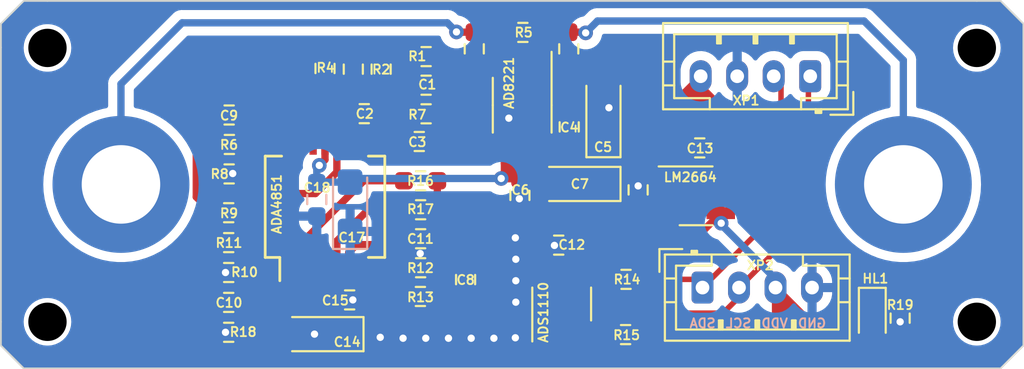
<source format=kicad_pcb>
(kicad_pcb (version 20221018) (generator pcbnew)
  (layers (0 "F.Cu" signal) (31 "B.Cu" signal) (34 "B.Paste" user) (35 "F.Paste" user) (36 "B.SilkS" user "B.Silkscreen") (37 "F.SilkS" user "F.Silkscreen") (38 "B.Mask" user) (39 "F.Mask" user) (44 "Edge.Cuts" user))
  (net 0 "")
  (net 1 "VSSA")
  (net 2 "GNDA")
  (net 3 "Net-(U2A-+)")
  (net 4 "Net-(U2D-+)")
  (net 5 "Net-(LED1-K)")
  (net 6 "Out")
  (net 7 "Net-(U2A--)")
  (net 8 "Net-(C1-Pad1)")
  (net 9 "Net-(C1-Pad2)")
  (net 10 "Net-(U2D--)")
  (net 11 "VDDA")
  (net 12 "Net-(J1-Pin_1)")
  (net 13 "Net-(U2B-+)")
  (net 14 "Net-(U2C--)")
  (net 15 "Net-(C3-Pad2)")
  (net 16 "Net-(U2C-+)")
  (net 17 "Net-(U3-CAP+)")
  (net 18 "Net-(U3-CAP-)")
  (net 19 "Net-(U2B--)")
  (net 20 "Net-(C10-Pad1)")
  (net 21 "Net-(R11-Pad2)")
  (net 22 "Net-(R1-Pad2)")
  (net 23 "Net-(C8-Pad2)")
  (net 24 "Net-(R3-Pad1)")
  (net 25 "Net-(R5-Pad1)")
  (net 26 "Net-(R5-Pad2)")
  (net 27 "SCL")
  (net 28 "SDA")
  (net 29 "Net-(J2-Pin_1)")
  (net 30 "Net-(U1--)")
  (net 31 "Net-(U1-+)")
  (footprint "Resistor_SMD:R_0603_1608Metric_Pad0.98x0.95mm_HandSolder" (layer "F.Cu") (at 117.975 98.65 -90)
    (fp_text reference "C16" hide)
    (fp_text value "10u" hide)
  )
  (footprint "LED_SMD:LED_0603_1608Metric_Pad1.05x0.95mm_HandSolder" (layer "F.Cu") (at 130.8 105.675 -90)
    (fp_text reference "LED1" hide)
    (fp_text value "IR26-21C_L110_TR8" hide)
  )
  (footprint "Connector_JST:JST_PH_B4B-PH-K_1x04_P2.00mm_Vertical" (layer "F.Cu") (at 121.5 104)
    (fp_text reference "J4" hide)
    (fp_text value "Conn_01x04_Pin" hide)
  )
  (footprint "Capacitor_Tantalum_SMD:CP_EIA-3216-18_Kemet-A" (layer "F.Cu") (at 114.7 98.325 180)
    (fp_text reference "C7" hide)
    (fp_text value "10u" hide)
  )
  (footprint "Resistor_SMD:R_0603_1608Metric_Pad0.98x0.95mm_HandSolder" (layer "F.Cu") (at 95.55 99.9)
    (fp_text reference "R9" hide)
    (fp_text value "16k")
  )
  (footprint "MountingHole:MountingHole_2.1mm" (layer "F.Cu") (at 85.625 105.875)
    (fp_text reference "H4" hide)
    (fp_text value "MountingHole" hide)
  )
  (footprint "Capacitor_Tantalum_SMD:CP_EIA-3216-18_Kemet-A" (layer "F.Cu") (at 116.075 94.55 90)
    (fp_text reference "C5" hide)
    (fp_text value "10u" hide)
  )
  (footprint "MountingHole:MountingHole_2.1mm" (layer "F.Cu") (at 136.525 90.875)
    (fp_text reference "H1" hide)
    (fp_text value "MountingHole" hide)
  )
  (footprint "Resistor_SMD:R_0603_1608Metric_Pad0.98x0.95mm_HandSolder" (layer "F.Cu") (at 106.0625 102.9125)
    (fp_text reference "R12" hide)
    (fp_text value "10k")
  )
  (footprint "Connector_JST:JST_PH_B4B-PH-K_1x04_P2.00mm_Vertical" (layer "F.Cu") (at 127.4 92.425 180)
    (fp_text reference "J3" hide)
    (fp_text value "Conn_01x04_Pin" hide)
  )
  (footprint "MountingHole:MountingHole_2.1mm" (layer "F.Cu") (at 85.625 90.875)
    (fp_text reference "H2" hide)
    (fp_text value "MountingHole" hide)
  )
  (footprint "Package_SO:MSOP-8_3x3mm_P0.65mm" (layer "F.Cu") (at 111.625 94.0125 -90)
    (fp_text reference "U1" hide)
    (fp_text value "AD8221" hide)
  )
  (footprint "Resistor_SMD:R_0603_1608Metric_Pad0.98x0.95mm_HandSolder" (layer "F.Cu") (at 111.5 98.95 -90)
    (fp_text reference "C6" hide)
    (fp_text value "0.1u")
  )
  (footprint "Resistor_SMD:R_0603_1608Metric_Pad0.98x0.95mm_HandSolder" (layer "F.Cu") (at 106.3625 92.916666 180)
    (fp_text reference "C1" hide)
    (fp_text value "0.1u")
  )
  (footprint "Resistor_SMD:R_0603_1608Metric_Pad0.98x0.95mm_HandSolder" (layer "F.Cu") (at 106.0625 98.15)
    (fp_text reference "R16" hide)
    (fp_text value "100k")
  )
  (footprint "Resistor_SMD:R_0603_1608Metric_Pad0.98x0.95mm_HandSolder" (layer "F.Cu") (at 95.575 97.775 180)
    (fp_text reference "R8" hide)
    (fp_text value "3.9k")
  )
  (footprint "Resistor_SMD:R_0603_1608Metric_Pad0.98x0.95mm_HandSolder" (layer "F.Cu") (at 100.825 92 -90)
    (fp_text reference "R4" hide)
    (fp_text value "16k")
  )
  (footprint "Resistor_SMD:R_0603_1608Metric_Pad0.98x0.95mm_HandSolder" (layer "F.Cu") (at 117.2875 106.575)
    (fp_text reference "R15" hide)
    (fp_text value "10k" hide)
  )
  (footprint "Resistor_SMD:R_0603_1608Metric_Pad0.98x0.95mm_HandSolder" (layer "F.Cu") (at 106.3625 91.35 180)
    (fp_text reference "R1" hide)
    (fp_text value "16k" hide)
  )
  (footprint "Resistor_SMD:R_0603_1608Metric_Pad0.98x0.95mm_HandSolder" (layer "F.Cu") (at 95.55 103.175)
    (fp_text reference "R10" hide)
    (fp_text value "10k")
  )
  (footprint "Resistor_SMD:R_0603_1608Metric_Pad0.98x0.95mm_HandSolder" (layer "F.Cu") (at 102.175 104.675 180)
    (fp_text reference "C15" hide)
    (fp_text value "0.01u")
  )
  (footprint "Resistor_SMD:R_0603_1608Metric_Pad0.98x0.95mm_HandSolder" (layer "F.Cu") (at 95.5875 96.161735)
    (fp_text reference "R6" hide)
    (fp_text value "1k")
  )
  (footprint "Resistor_SMD:R_0603_1608Metric_Pad0.98x0.95mm_HandSolder" (layer "F.Cu") (at 95.55 104.8125)
    (fp_text reference "C10" hide)
    (fp_text value "1u")
  )
  (footprint "Capacitor_Tantalum_SMD:CP_EIA-3216-18_Kemet-A" (layer "F.Cu") (at 100.625 106.55 180)
    (fp_text reference "C14" hide)
    (fp_text value "2.2u" hide)
  )
  (footprint "Package_SO:SSOP-14_5.3x6.2mm_P0.65mm" (layer "F.Cu") (at 100.825 99.575 90)
    (fp_text reference "U2" hide)
    (fp_text value "ADA4851" hide)
  )
  (footprint "Resistor_SMD:R_0603_1608Metric_Pad0.98x0.95mm_HandSolder" (layer "F.Cu") (at 95.55 101.5375 180)
    (fp_text reference "R11" hide)
    (fp_text value "5.6k")
  )
  (footprint "Resistor_SMD:R_0603_1608Metric_Pad0.98x0.95mm_HandSolder" (layer "F.Cu") (at 95.575 94.54847 180)
    (fp_text reference "C9" hide)
    (fp_text value "1u")
  )
  (footprint "Resistor_SMD:R_0603_1608Metric_Pad0.98x0.95mm_HandSolder" (layer "F.Cu") (at 106.05 104.4875 180)
    (fp_text reference "R13" hide)
    (fp_text value "5.6k")
  )
  (footprint "MountingHole:MountingHole_2.1mm" (layer "F.Cu") (at 136.525 105.875)
    (fp_text reference "H3" hide)
    (fp_text value "MountingHole" hide)
  )
  (footprint "Resistor_SMD:R_0603_1608Metric_Pad0.98x0.95mm_HandSolder" (layer "F.Cu") (at 106.3625 94.483332 180)
    (fp_text reference "R7" hide)
    (fp_text value "16k")
  )
  (footprint "Package_TO_SOT_SMD:SOT-23-6_Handsoldering" (layer "F.Cu") (at 121.15 98.975)
    (fp_text reference "U3" hide)
    (fp_text value "LM2664" hide)
  )
  (footprint "Resistor_SMD:R_0603_1608Metric_Pad0.98x0.95mm_HandSolder" (layer "F.Cu") (at 132.325 105.675 90)
    (fp_text reference "R19" hide)
    (fp_text value "1k" hide)
  )
  (footprint "Resistor_SMD:R_0603_1608Metric_Pad0.98x0.95mm_HandSolder" (layer "F.Cu") (at 105.9875 96 180)
    (fp_text reference "C3" hide)
    (fp_text value "0.2u")
  )
  (footprint "Resistor_SMD:R_0603_1608Metric_Pad0.98x0.95mm_HandSolder" (layer "F.Cu") (at 113.625 101.675)
    (fp_text reference "C12" hide)
    (fp_text value "0.1u" hide)
  )
  (footprint "Resistor_SMD:R_0603_1608Metric_Pad0.98x0.95mm_HandSolder" (layer "F.Cu") (at 111.6625 90.025 180)
    (fp_text reference "R5" hide)
    (fp_text value "1k" hide)
  )
  (footprint "Package_TO_SOT_SMD:SOT-23-6_Handsoldering" (layer "F.Cu") (at 113.7875 104.9 90)
    (fp_text reference "U4" hide)
    (fp_text value "MCP3421" hide)
  )
  (footprint "Resistor_SMD:R_0603_1608Metric_Pad0.98x0.95mm_HandSolder" (layer "F.Cu") (at 106.0625 101.325)
    (fp_text reference "C11" hide)
    (fp_text value "3300p" hide)
  )
  (footprint "Resistor_SMD:R_0603_1608Metric_Pad0.98x0.95mm_HandSolder" (layer "F.Cu") (at 102.375 92.0375 -90)
    (fp_text reference "R3" hide)
    (fp_text value "16k")
  )
  (footprint "Resistor_SMD:R_0603_1608Metric_Pad0.98x0.95mm_HandSolder" (layer "F.Cu") (at 114.175 90.925 -90)
    (fp_text reference "R20" hide)
    (fp_text value "100k")
  )
  (footprint "Resistor_SMD:R_0603_1608Metric_Pad0.98x0.95mm_HandSolder" (layer "F.Cu") (at 109 90.925 -90)
    (fp_text reference "R21" hide)
    (fp_text value "100k")
  )
  (footprint "Resistor_SMD:R_0603_1608Metric_Pad0.98x0.95mm_HandSolder" (layer "F.Cu") (at 106.0625 99.7375 180)
    (fp_text reference "R17" hide)
    (fp_text value "100k")
  )
  (footprint "Resistor_SMD:R_0603_1608Metric_Pad0.98x0.95mm_HandSolder" (layer "F.Cu") (at 103.9 92.0375 90)
    (fp_text reference "R2" hide)
    (fp_text value "16k")
  )
  (footprint "Resistor_SMD:R_0603_1608Metric_Pad0.98x0.95mm_HandSolder" (layer "F.Cu") (at 114.2 95.2 -90)
    (fp_text reference "C4" hide)
    (fp_text value "0.1u" hide)
  )
  (footprint "Resistor_SMD:R_0603_1608Metric_Pad0.98x0.95mm_HandSolder" (layer "F.Cu") (at 95.55 106.45)
    (fp_text reference "R18" hide)
    (fp_text value "16k" hide)
  )
  (footprint "Resistor_SMD:R_0603_1608Metric_Pad0.98x0.95mm_HandSolder" (layer "F.Cu") (at 102.975 94.475 180)
    (fp_text reference "C2" hide)
    (fp_text value "0.1u")
  )
  (footprint "Resistor_SMD:R_0603_1608Metric_Pad0.98x0.95mm_HandSolder" (layer "F.Cu") (at 121.35 96.35 180)
    (fp_text reference "C13" hide)
    (fp_text value "10u" hide)
  )
  (footprint "Resistor_SMD:R_0603_1608Metric_Pad0.98x0.95mm_HandSolder" (layer "F.Cu") (at 117.3125 103.55 180)
    (fp_text reference "R14" hide)
    (fp_text value "10k" hide)
  )
  (footprint "Resistor_SMD:R_0603_1608Metric_Pad0.98x0.95mm_HandSolder" (layer "F.Cu") (at 108.525 103.5625 90)
    (fp_text reference "C8" hide)
    (fp_text value "3300p" hide)
  )
  (footprint "MountingHole:MountingHole_4.3mm_M4_DIN965_Pad_TopOnly" (layer "B.Cu") (at 132.5 98.35 180)
    (fp_text reference "J1")
    (fp_text value "Conn_01x01_Pin")
  )
  (footprint "Capacitor_Tantalum_SMD:CP_EIA-3216-18_Kemet-A" (layer "B.Cu") (at 102.2 99.575 90)
    (fp_text reference "C17" hide)
    (fp_text value "2.2u")
  )
  (footprint "Resistor_SMD:R_0603_1608Metric_Pad0.98x0.95mm_HandSolder" (layer "B.Cu") (at 100.375 99.175 -90)
    (fp_text reference "C18" hide)
    (fp_text value "0.01u")
  )
  (footprint "MountingHole:MountingHole_4.3mm_M4_DIN965_Pad_TopOnly" (layer "B.Cu") (at 89.65 98.35 180)
    (fp_text reference "J2")
    (fp_text value "Conn_01x01_Pin")
  )
  (gr_line (start 84.325 88.3) (end 83.075 89.55) (stroke (width 0.1)) (layer "Edge.Cuts"))
  (gr_line (start 136.525 108.425) (end 85.625 108.425) (stroke (width 0.1)) (layer "Edge.Cuts"))
  (gr_line (start 139.075 90.85) (end 139.075 105.875) (stroke (width 0.1)) (layer "Edge.Cuts"))
  (gr_line (start 83.075 90.85) (end 83.075 105.875) (stroke (width 0.1)) (layer "Edge.Cuts"))
  (gr_line (start 139.075 107.175) (end 137.825 108.425) (stroke (width 0.1)) (layer "Edge.Cuts"))
  (gr_line (start 83.075 89.55) (end 83.075 90.85) (stroke (width 0.1)) (layer "Edge.Cuts"))
  (gr_line (start 139.075 105.875) (end 139.075 107.175) (stroke (width 0.1)) (layer "Edge.Cuts"))
  (gr_line (start 83.075 105.875) (end 83.075 107.175) (stroke (width 0.1)) (layer "Edge.Cuts"))
  (gr_line (start 137.825 88.3) (end 139.075 89.55) (stroke (width 0.1)) (layer "Edge.Cuts"))
  (gr_line (start 83.075 107.175) (end 84.325 108.425) (stroke (width 0.1)) (layer "Edge.Cuts"))
  (gr_line (start 137.825 88.3) (end 136.525 88.3) (stroke (width 0.1)) (layer "Edge.Cuts"))
  (gr_line (start 139.075 90.85) (end 139.075 89.55) (stroke (width 0.1)) (layer "Edge.Cuts"))
  (gr_line (start 85.625 88.3) (end 84.325 88.3) (stroke (width 0.1)) (layer "Edge.Cuts"))
  (gr_line (start 84.325 108.425) (end 85.625 108.425) (stroke (width 0.1)) (layer "Edge.Cuts"))
  (gr_line (start 137.825 108.425) (end 136.525 108.425) (stroke (width 0.1)) (layer "Edge.Cuts"))
  (gr_line (start 85.625 88.3) (end 136.525 88.3) (stroke (width 0.1)) (layer "Edge.Cuts"))
  (gr_text "SDA\n" (at 122.275 106.25) (layer "B.SilkS") (effects (font (size 0.5 0.5) (thickness 0.1)) (justify left bottom mirror)))
  (gr_text "SCL\n" (at 124.228174 106.25) (layer "B.SilkS") (effects (font (size 0.5 0.5) (thickness 0.1)) (justify left bottom mirror)))
  (gr_text "GND\n" (at 128.325 106.25) (layer "B.SilkS") (effects (font (size 0.5 0.5) (thickness 0.1)) (justify left bottom mirror)))
  (gr_text "VDD\n" (at 126.228967 106.25) (layer "B.SilkS") (effects (font (size 0.5 0.5) (thickness 0.1)) (justify left bottom mirror)))
  (gr_text "XP1" (at 123.1 94.05) (layer "F.SilkS") (effects (font (size 0.5 0.5) (thickness 0.1)) (justify left bottom)))
  (gr_text "ADA4851" (at 98.475 101.125 90) (layer "F.SilkS") (effects (font (size 0.5 0.5) (thickness 0.1)) (justify left bottom)))
  (gr_text "C15" (at 100.6 105) (layer "F.SilkS") (effects (font (size 0.5 0.5) (thickness 0.1)) (justify left bottom)))
  (gr_text "ADS1110" (at 113.075 107.075 90) (layer "F.SilkS") (effects (font (size 0.5 0.5) (thickness 0.1)) (justify left bottom)))
  (gr_text "C3\n" (at 105.325 96.325) (layer "F.SilkS") (effects (font (size 0.5 0.5) (thickness 0.1)) (justify left bottom)))
  (gr_text "R7\n" (at 105.325 94.825) (layer "F.SilkS") (effects (font (size 0.5 0.5) (thickness 0.1)) (justify left bottom)))
  (gr_text "R19\n" (at 131.535 105.245) (layer "F.SilkS") (effects (font (size 0.5 0.5) (thickness 0.1)) (justify left bottom)))
  (gr_text "R11\n" (at 94.775 101.85) (layer "F.SilkS") (effects (font (size 0.5 0.5) (thickness 0.1)) (justify left bottom)))
  (gr_text "C18" (at 99.6 98.825) (layer "F.SilkS") (effects (font (size 0.5 0.5) (thickness 0.1)) (justify left bottom)))
  (gr_text "C1\n" (at 105.875 93.175) (layer "F.SilkS") (effects (font (size 0.5 0.5) (thickness 0.1)) (justify left bottom)))
  (gr_text "R16\n" (at 105.26131 98.45) (layer "F.SilkS") (effects (font (size 0.5 0.5) (thickness 0.1)) (justify left bottom)))
  (gr_text "C2\n" (at 102.45 94.775) (layer "F.SilkS") (effects (font (size 0.5 0.5) (thickness 0.1)) (justify left bottom)))
  (gr_text "C7" (at 114.225 98.625) (layer "F.SilkS") (effects (font (size 0.5 0.5) (thickness 0.1)) (justify left bottom)))
  (gr_text "R5" (at 111.15 90.325) (layer "F.SilkS") (effects (font (size 0.5 0.5) (thickness 0.1)) (justify left bottom)))
  (gr_text "C5\n" (at 115.5 96.6) (layer "F.SilkS") (effects (font (size 0.5 0.5) (thickness 0.1)) (justify left bottom)))
  (gr_text "R14\n" (at 116.575 103.85) (layer "F.SilkS") (effects (font (size 0.5 0.5) (thickness 0.1)) (justify left bottom)))
  (gr_text "C4" (at 113.65 95.525) (layer "F.SilkS") (effects (font (size 0.5 0.5) (thickness 0.1)) (justify left bottom)))
  (gr_text "R18\n" (at 95.55 106.725) (layer "F.SilkS") (effects (font (size 0.5 0.5) (thickness 0.1)) (justify left bottom)))
  (gr_text "R1" (at 105.325 91.625) (layer "F.SilkS") (effects (font (size 0.5 0.5) (thickness 0.1)) (justify left bottom)))
  (gr_text "R10" (at 95.625 103.45) (layer "F.SilkS") (effects (font (size 0.5 0.5) (thickness 0.1)) (justify left bottom)))
  (gr_text "R8\n" (at 94.5 98.075) (layer "F.SilkS") (effects (font (size 0.5 0.5) (thickness 0.1)) (justify left bottom)))
  (gr_text "R6\n" (at 95.013095 96.475) (layer "F.SilkS") (effects (font (size 0.5 0.5) (thickness 0.1)) (justify left bottom)))
  (gr_text "AD8221\n" (at 111.2 94.275 90) (layer "F.SilkS") (effects (font (size 0.5 0.5) (thickness 0.1)) (justify left bottom)))
  (gr_text "R9\n" (at 95.013095 100.225) (layer "F.SilkS") (effects (font (size 0.5 0.5) (thickness 0.1)) (justify left bottom)))
  (gr_text "C13" (at 120.575 96.675) (layer "F.SilkS") (effects (font (size 0.5 0.5) (thickness 0.1)) (justify left bottom)))
  (gr_text "C12" (at 113.55 101.95) (layer "F.SilkS") (effects (font (size 0.5 0.5) (thickness 0.1)) (justify left bottom)))
  (gr_text "C11" (at 105.26131 101.625) (layer "F.SilkS") (effects (font (size 0.5 0.5) (thickness 0.1)) (justify left bottom)))
  (gr_text "C10\n" (at 94.775 105.125) (layer "F.SilkS") (effects (font (size 0.5 0.5) (thickness 0.1)) (justify left bottom)))
  (gr_text "LM2664\n" (at 119.325 98.25) (layer "F.SilkS") (effects (font (size 0.5 0.5) (thickness 0.1)) (justify left bottom)))
  (gr_text "HL1" (at 130.2 103.8) (layer "F.SilkS") (effects (font (size 0.5 0.5) (thickness 0.1)) (justify left bottom)))
  (gr_text "R15" (at 116.55 106.9) (layer "F.SilkS") (effects (font (size 0.5 0.5) (thickness 0.1)) (justify left bottom)))
  (gr_text "R4\n" (at 100.3025 92.254724) (layer "F.SilkS") (effects (font (size 0.5 0.5) (thickness 0.1)) (justify left bottom)))
  (gr_text "R17\n" (at 105.26131 100) (layer "F.SilkS") (effects (font (size 0.5 0.5) (thickness 0.1)) (justify left bottom)))
  (gr_text "C8" (at 107.975 103.875) (layer "F.SilkS") (effects (font (size 0.5 0.5) (thickness 0.1)) (justify left bottom)))
  (gr_text "R12\n" (at 105.26131 103.225) (layer "F.SilkS") (effects (font (size 0.5 0.5) (thickness 0.1)) (justify left bottom)))
  (gr_text "XP2\n" (at 123.875 103.075) (layer "F.SilkS") (effects (font (size 0.5 0.5) (thickness 0.1)) (justify left bottom)))
  (gr_text "R13" (at 105.26131 104.825) (layer "F.SilkS") (effects (font (size 0.5 0.5) (thickness 0.1)) (justify left bottom)))
  (gr_text "C14\n" (at 101.25 107.275) (layer "F.SilkS") (effects (font (size 0.5 0.5) (thickness 0.1)) (justify left bottom)))
  (gr_text "R2" (at 103.35 92.35) (layer "F.SilkS") (effects (font (size 0.5 0.5) (thickness 0.1)) (justify left bottom)))
  (gr_text "C17" (at 101.5 101.55) (layer "F.SilkS") (effects (font (size 0.5 0.5) (thickness 0.1)) (justify left bottom)))
  (gr_text "C9" (at 95.013095 94.875) (layer "F.SilkS") (effects (font (size 0.5 0.5) (thickness 0.1)) (justify left bottom)))
  (gr_text "C6\n" (at 110.9775 98.95) (layer "F.SilkS") (effects (font (size 0.5 0.5) (thickness 0.1)) (justify left bottom)))
  (segment (start 110.65 97.1875) (end 110.65 96.125) (width 0.4) (layer "F.Cu") (net 1))
  (segment (start 117.975 99.5625) (end 114.5875 99.5625) (width 0.4) (layer "F.Cu") (net 1))
  (segment (start 100.825 96.996391) (end 100.825 96.125) (width 0.4) (layer "F.Cu") (net 1))
  (segment (start 110.4875 98.0375) (end 111.5 98.0375) (width 0.4) (layer "F.Cu") (net 1))
  (segment (start 119.8 98.975) (end 118.5625 98.975) (width 0.4) (layer "F.Cu") (net 1))
  (segment (start 114.5875 99.5625) (end 113.35 98.325) (width 0.4) (layer "F.Cu") (net 1))
  (segment (start 111.5 98.0375) (end 110.65 97.1875) (width 0.4) (layer "F.Cu") (net 1))
  (segment (start 100.512986 97.308405) (end 100.825 96.996391) (width 0.4) (layer "F.Cu") (net 1))
  (segment (start 113.35 98.325) (end 112.005393 98.325) (width 0.4) (layer "F.Cu") (net 1))
  (segment (start 110.475 98.025) (end 110.4875 98.0375) (width 0.4) (layer "F.Cu") (net 1))
  (segment (start 118.5625 98.975) (end 117.975 99.5625) (width 0.4) (layer "F.Cu") (net 1))
  (via (at 110.475 98.025) (size 0.8) (drill 0.4) (layers "F.Cu" "B.Cu") (net 1))
  (via (at 100.512986 97.308405) (size 0.8) (drill 0.4) (layers "F.Cu" "B.Cu") (net 1))
  (segment (start 110.475 98.025) (end 102.4 98.025) (width 0.4) (layer "B.Cu") (net 1))
  (segment (start 100.4125 98.225) (end 100.375 98.2625) (width 0.4) (layer "B.Cu") (net 1))
  (segment (start 102.4 98.025) (end 102.2 98.225) (width 0.4) (layer "B.Cu") (net 1))
  (segment (start 102.2 98.225) (end 100.4125 98.225) (width 0.4) (layer "B.Cu") (net 1))
  (segment (start 100.375 97.446391) (end 100.375 98.2625) (width 0.4) (layer "B.Cu") (net 1))
  (segment (start 100.512986 97.308405) (end 100.375 97.446391) (width 0.4) (layer "B.Cu") (net 1))
  (segment (start 113.391168 101.690668) (end 112.728168 101.690668) (width 0.4) (layer "F.Cu") (net 2))
  (segment (start 111.5 99.8625) (end 111.5 99.168165) (width 0.4) (layer "F.Cu") (net 2))
  (segment (start 116.075 93.2) (end 116.075 93.85) (width 0.4) (layer "F.Cu") (net 2))
  (segment (start 117.976465 98.43037) (end 117.871095 98.325) (width 0.4) (layer "F.Cu") (net 2))
  (segment (start 114.2 94.2875) (end 114.9875 94.2875) (width 0.4) (layer "F.Cu") (net 2))
  (segment (start 100.25 106.55) (end 99.275 106.55) (width 0.4) (layer "F.Cu") (net 2))
  (segment (start 117.871095 98.325) (end 116.05 98.325) (width 0.4) (layer "F.Cu") (net 2))
  (segment (start 112.8375 103.55) (end 112.8375 104.403528) (width 0.4) (layer "F.Cu") (net 2))
  (segment (start 117.975 98.402023) (end 117.975 97.7375) (width 0.4) (layer "F.Cu") (net 2))
  (segment (start 111.325 95.155078) (end 110.892935 94.723013) (width 0.4) (layer "F.Cu") (net 2))
  (segment (start 106.7375 102.9125) (end 105.15 101.325) (width 0.4) (layer "F.Cu") (net 2))
  (segment (start 105.959346 102.134346) (end 105.15 101.325) (width 0.4) (layer "F.Cu") (net 2))
  (segment (start 94.6375 103.175) (end 95.3755 103.175) (width 0.4) (layer "F.Cu") (net 2))
  (segment (start 113.7875 105.353528) (end 113.758236 105.324264) (width 0.3) (layer "F.Cu") (net 2))
  (segment (start 96.4875 97.775) (end 95.793164 97.775) (width 0.4) (layer "F.Cu") (net 2))
  (segment (start 112.7125 101.675) (end 112.8375 101.8) (width 0.4) (layer "F.Cu") (net 2))
  (segment (start 95.793164 97.775) (end 95.771332 97.753168) (width 0.4) (layer "F.Cu") (net 2))
  (segment (start 111.5 99.168165) (end 111.467492 99.135657) (width 0.4) (layer "F.Cu") (net 2))
  (segment (start 95.3755 106.45) (end 94.6375 106.45) (width 0.4) (layer "F.Cu") (net 2))
  (segment (start 114.9875 94.2875) (end 116.075 93.2) (width 0.4) (layer "F.Cu") (net 2))
  (segment (start 112.8375 104.403528) (end 113.758236 105.324264) (width 0.4) (layer "F.Cu") (net 2))
  (segment (start 106.038955 102.134346) (end 105.959346 102.134346) (width 0.4) (layer "F.Cu") (net 2))
  (segment (start 132.325 106.5875) (end 132.325 105.875) (width 0.4) (layer "F.Cu") (net 2))
  (segment (start 112.8375 101.8) (end 112.8375 103.55) (width 0.4) (layer "F.Cu") (net 2))
  (segment (start 119.8 98.025) (end 118.2625 98.025) (width 0.4) (layer "F.Cu") (net 2))
  (segment (start 116.075 93.85) (end 116.375 94.15) (width 0.4) (layer "F.Cu") (net 2))
  (segment (start 106.975 102.9125) (end 106.7375 102.9125) (width 0.4) (layer "F.Cu") (net 2))
  (segment (start 102.3495 104.675) (end 103.0875 104.675) (width 0.4) (layer "F.Cu") (net 2))
  (segment (start 112.728168 101.690668) (end 112.7125 101.675) (width 0.4) (layer "F.Cu") (net 2))
  (segment (start 111.325 96.125) (end 111.325 95.155078) (width 0.4) (layer "F.Cu") (net 2))
  (segment (start 118.2625 98.025) (end 117.975 97.7375) (width 0.4) (layer "F.Cu") (net 2))
  (segment (start 113.7875 106.25) (end 113.7875 105.353528) (width 0.3) (layer "F.Cu") (net 2))
  (via (at 110.892935 94.723013) (size 0.8) (drill 0.4) (layers "F.Cu" "B.Cu") (net 2))
  (via (at 110.075 106.775) (size 0.8) (drill 0.4) (layers "F.Cu" "B.Cu") (net 2))
  (via (at 102.3495 104.675) (size 0.8) (drill 0.4) (layers "F.Cu" "B.Cu") (net 2))
  (via (at 106.34375 106.775) (size 0.8) (drill 0.4) (layers "F.Cu" "B.Cu") (net 2))
  (via (at 107.5875 106.775) (size 0.8) (drill 0.4) (layers "F.Cu" "B.Cu") (net 2))
  (via (at 116.375 94.15) (size 0.8) (drill 0.4) (layers "F.Cu" "B.Cu") (net 2))
  (via (at 105.1 106.775) (size 0.8) (drill 0.4) (layers "F.Cu" "B.Cu") (net 2))
  (via (at 113.391168 101.690668) (size 0.8) (drill 0.4) (layers "F.Cu" "B.Cu") (net 2))
  (via (at 95.3755 103.175) (size 0.8) (drill 0.4) (layers "F.Cu" "B.Cu") (net 2))
  (via (at 111.275 104.8) (size 0.8) (drill 0.4) (layers "F.Cu" "B.Cu") (net 2))
  (via (at 111.25 101.275) (size 0.8) (drill 0.4) (layers "F.Cu" "B.Cu") (net 2))
  (via (at 111.25 106.75) (size 0.8) (drill 0.4) (layers "F.Cu" "B.Cu") (net 2))
  (via (at 117.976465 98.43037) (size 0.8) (drill 0.4) (layers "F.Cu" "B.Cu") (net 2))
  (via (at 106.038955 102.134346) (size 0.8) (drill 0.4) (layers "F.Cu" "B.Cu") (net 2))
  (via (at 111.467492 99.135657) (size 0.8) (drill 0.4) (layers "F.Cu" "B.Cu") (net 2))
  (via (at 111.275 103.625) (size 0.8) (drill 0.4) (layers "F.Cu" "B.Cu") (net 2))
  (via (at 103.85 106.725) (size 0.8) (drill 0.4) (layers "F.Cu" "B.Cu") (net 2))
  (via (at 100.25 106.55) (size 0.8) (drill 0.4) (layers "F.Cu" "B.Cu") (net 2))
  (via (at 95.3755 106.45) (size 0.8) (drill 0.4) (layers "F.Cu" "B.Cu") (net 2))
  (via (at 111.275 102.45) (size 0.8) (drill 0.4) (layers "F.Cu" "B.Cu") (net 2))
  (via (at 132.325 105.875) (size 0.8) (drill 0.4) (layers "F.Cu" "B.Cu") (net 2))
  (via (at 95.771332 97.753168) (size 0.8) (drill 0.4) (layers "F.Cu" "B.Cu") (net 2))
  (via (at 108.83125 106.775) (size 0.8) (drill 0.4) (layers "F.Cu" "B.Cu") (net 2))
  (segment (start 100.175 104.173528) (end 99.536028 104.8125) (width 0.4) (layer "F.Cu") (net 3))
  (segment (start 96.4625 106.45) (end 96.4625 104.8125) (width 0.4) (layer "F.Cu") (net 3))
  (segment (start 99.536028 104.8125) (end 96.4625 104.8125) (width 0.4) (layer "F.Cu") (net 3))
  (segment (start 100.175 103.025) (end 100.175 104.173528) (width 0.4) (layer "F.Cu") (net 3))
  (segment (start 100.175 95.125) (end 100.175 96.125) (width 0.4) (layer "F.Cu") (net 4))
  (segment (start 102.0625 94.475) (end 100.825 94.475) (width 0.4) (layer "F.Cu") (net 4))
  (segment (start 100.825 92.9125) (end 100.825 94.475) (width 0.4) (layer "F.Cu") (net 4))
  (segment (start 100.825 94.475) (end 100.175 95.125) (width 0.4) (layer "F.Cu") (net 4))
  (segment (start 132.2875 104.8) (end 132.325 104.7625) (width 0.4) (layer "F.Cu") (net 5))
  (segment (start 130.8 104.8) (end 132.2875 104.8) (width 0.4) (layer "F.Cu") (net 5))
  (segment (start 109.75 105.7) (end 108.525 104.475) (width 0.4) (layer "F.Cu") (net 6))
  (segment (start 103.675 103.025) (end 105.1375 104.4875) (width 0.4) (layer "F.Cu") (net 6))
  (segment (start 105.1375 104.4875) (end 106.431371 105.781371) (width 0.4) (layer "F.Cu") (net 6))
  (segment (start 106.431371 105.781371) (end 107.218629 105.781371) (width 0.4) (layer "F.Cu") (net 6))
  (segment (start 112.8375 105.7) (end 109.75 105.7) (width 0.4) (layer "F.Cu") (net 6))
  (segment (start 112.8375 105.9625) (end 112.8375 106.25) (width 0.4) (layer "F.Cu") (net 6))
  (segment (start 107.218629 105.781371) (end 108.525 104.475) (width 0.4) (layer "F.Cu") (net 6))
  (segment (start 102.775 103.025) (end 103.675 103.025) (width 0.4) (layer "F.Cu") (net 6))
  (segment (start 99.419531 104.080469) (end 97.367969 104.080469) (width 0.4) (layer "F.Cu") (net 7))
  (segment (start 97.367969 104.080469) (end 96.4625 103.175) (width 0.4) (layer "F.Cu") (net 7))
  (segment (start 96.4625 101.5375) (end 96.4625 103.175) (width 0.4) (layer "F.Cu") (net 7))
  (segment (start 99.525 103.025) (end 99.525 103.975) (width 0.4) (layer "F.Cu") (net 7))
  (segment (start 99.525 103.975) (end 99.419531 104.080469) (width 0.4) (layer "F.Cu") (net 7))
  (segment (start 111.975 96.125) (end 111.975 94.525) (width 0.4) (layer "F.Cu") (net 8))
  (segment (start 107.275 92.916666) (end 107.275 91.35) (width 0.4) (layer "F.Cu") (net 8))
  (segment (start 111.325 93.875) (end 108.233334 93.875) (width 0.4) (layer "F.Cu") (net 8))
  (segment (start 111.975 94.525) (end 111.325 93.875) (width 0.4) (layer "F.Cu") (net 8))
  (segment (start 108.233334 93.875) (end 107.275 92.916666) (width 0.4) (layer "F.Cu") (net 8))
  (segment (start 105.45 94.483332) (end 105.45 92.916666) (width 0.4) (layer "F.Cu") (net 9))
  (segment (start 103.8875 94.475) (end 105.441668 94.475) (width 0.4) (layer "F.Cu") (net 9))
  (segment (start 105.441668 94.475) (end 105.45 94.483332) (width 0.4) (layer "F.Cu") (net 9))
  (segment (start 98.838265 96.161735) (end 98.875 96.125) (width 0.4) (layer "F.Cu") (net 10))
  (segment (start 96.5 96.161735) (end 98.838265 96.161735) (width 0.4) (layer "F.Cu") (net 10))
  (segment (start 96.4875 94.54847) (end 96.4875 96.149235) (width 0.4) (layer "F.Cu") (net 10))
  (segment (start 96.4875 96.149235) (end 96.5 96.161735) (width 0.4) (layer "F.Cu") (net 10))
  (segment (start 99.525 96.125) (end 98.875 96.125) (width 0.4) (layer "F.Cu") (net 10))
  (segment (start 114.0125 104.73) (end 115.52 104.73) (width 0.4) (layer "F.Cu") (net 11))
  (segment (start 113.7875 104.505) (end 114.0125 104.73) (width 0.4) (layer "F.Cu") (net 11))
  (segment (start 100.825 104.2375) (end 101.2625 104.675) (width 0.4) (layer "F.Cu") (net 11))
  (segment (start 116.4 103.85) (end 116.4 103.55) (width 0.4) (layer "F.Cu") (net 11))
  (segment (start 112.625 96.125) (end 114.1875 96.125) (width 0.4) (layer "F.Cu") (net 11))
  (segment (start 122.525 100.475) (end 122.5 100.45) (width 0.4) (layer "F.Cu") (net 11))
  (segment (start 114.5375 101.675) (end 113.7875 102.425) (width 0.4) (layer "F.Cu") (net 11))
  (segment (start 123.68 98.975) (end 122.5 98.975) (width 0.4) (layer "F.Cu") (net 11))
  (segment (start 101.2625 104.675) (end 101.2625 105.8375) (width 0.4) (layer "F.Cu") (net 11))
  (segment (start 123.975 107.65) (end 125.5 106.125) (width 0.4) (layer "F.Cu") (net 11))
  (segment (start 125.5 106.125) (end 125.5 104) (width 0.4) (layer "F.Cu") (net 11))
  (segment (start 116.975 107.8) (end 103.225 107.8) (width 0.4) (layer "F.Cu") (net 11))
  (segment (start 117.95 95.9) (end 116.075 95.9) (width 0.4) (layer "F.Cu") (net 11))
  (segment (start 115.3875 100.825) (end 114.5375 101.675) (width 0.4) (layer "F.Cu") (net 11))
  (segment (start 121.4 92.425) (end 121.4 93) (width 0.4) (layer "F.Cu") (net 11))
  (segment (start 118.2 106.575) (end 116.975 107.8) (width 0.4) (layer "F.Cu") (net 11))
  (segment (start 122.5 99.925) (end 121.6 100.825) (width 0.4) (layer "F.Cu") (net 11))
  (segment (start 122.5 100.45) (end 122.5 99.925) (width 0.4) (layer "F.Cu") (net 11))
  (segment (start 128.05 106.55) (end 130.8 106.55) (width 0.4) (layer "F.Cu") (net 11))
  (segment (start 121.4 92.425) (end 121.4 92.45) (width 0.4) (layer "F.Cu") (net 11))
  (segment (start 122.5 98.975) (end 122.5 99.925) (width 0.4) (layer "F.Cu") (net 11))
  (segment (start 118.2 106.575) (end 119.275 107.65) (width 0.4) (layer "F.Cu") (net 11))
  (segment (start 125.5 104) (end 128.05 106.55) (width 0.4) (layer "F.Cu") (net 11))
  (segment (start 113.7875 103.55) (end 113.7875 104.505) (width 0.4) (layer "F.Cu") (net 11))
  (segment (start 115.8625 96.1125) (end 116.075 95.9) (width 0.4) (layer "F.Cu") (net 11))
  (segment (start 121.4 92.45) (end 117.95 95.9) (width 0.4) (layer "F.Cu") (net 11))
  (segment (start 101.2625 105.8375) (end 101.975 106.55) (width 0.4) (layer "F.Cu") (net 11))
  (segment (start 115.52 104.73) (end 116.4 103.85) (width 0.4) (layer "F.Cu") (net 11))
  (segment (start 114.1875 96.125) (end 114.2 96.1125) (width 0.4) (layer "F.Cu") (net 11))
  (segment (start 121.4 93) (end 123.9 95.5) (width 0.4) (layer "F.Cu") (net 11))
  (segment (start 119.275 107.65) (end 123.975 107.65) (width 0.4) (layer "F.Cu") (net 11))
  (segment (start 100.825 103.025) (end 100.825 104.2375) (width 0.4) (layer "F.Cu") (net 11))
  (segment (start 113.7875 102.425) (end 113.7875 103.55) (width 0.4) (layer "F.Cu") (net 11))
  (segment (start 123.9 98.755) (end 123.68 98.975) (width 0.4) (layer "F.Cu") (net 11))
  (segment (start 121.6 100.825) (end 115.3875 100.825) (width 0.4) (layer "F.Cu") (net 11))
  (segment (start 103.225 107.8) (end 101.975 106.55) (width 0.4) (layer "F.Cu") (net 11))
  (segment (start 114.2 96.1125) (end 115.8625 96.1125) (width 0.4) (layer "F.Cu") (net 11))
  (segment (start 123.9 95.5) (end 123.9 98.755) (width 0.4) (layer "F.Cu") (net 11))
  (via (at 122.525 100.475) (size 0.8) (drill 0.4) (layers "F.Cu" "B.Cu") (net 11))
  (segment (start 125.5 104) (end 125.5 103.525) (width 0.4) (layer "B.Cu") (net 11))
  (segment (start 125.5 103.525) (end 122.525 100.55) (width 0.4) (layer "B.Cu") (net 11))
  (segment (start 122.525 100.55) (end 122.525 100.475) (width 0.4) (layer "B.Cu") (net 11))
  (segment (start 115.0625 90.0125) (end 115.1 90.05) (width 0.4) (layer "F.Cu") (net 12))
  (segment (start 114.175 90.0125) (end 115.0625 90.0125) (width 0.4) (layer "F.Cu") (net 12))
  (via (at 115.1 90.05) (size 0.8) (drill 0.4) (layers "F.Cu" "B.Cu") (net 12))
  (segment (start 132.5 91.55) (end 130.35 89.4) (width 0.4) (layer "B.Cu") (net 12))
  (segment (start 115.75 89.4) (end 115.1 90.05) (width 0.4) (layer "B.Cu") (net 12))
  (segment (start 132.5 98.35) (end 132.5 91.55) (width 0.4) (layer "B.Cu") (net 12))
  (segment (start 130.35 89.4) (end 115.75 89.4) (width 0.4) (layer "B.Cu") (net 12))
  (segment (start 101.475 103.025) (end 101.475 101.45) (width 0.4) (layer "F.Cu") (net 13))
  (segment (start 105.15 99.7375) (end 105.3875 99.7375) (width 0.4) (layer "F.Cu") (net 13))
  (segment (start 105.3875 99.7375) (end 106.975 101.325) (width 0.4) (layer "F.Cu") (net 13))
  (segment (start 101.475 101.45) (end 103.1875 99.7375) (width 0.4) (layer "F.Cu") (net 13))
  (segment (start 103.1875 99.7375) (end 105.15 99.7375) (width 0.4) (layer "F.Cu") (net 13))
  (segment (start 106.975 101.325) (end 106.7375 101.325) (width 0.4) (layer "F.Cu") (net 13))
  (segment (start 106.9 94.858332) (end 107.275 94.483332) (width 0.4) (layer "F.Cu") (net 14))
  (segment (start 106.9 96) (end 106.9 94.858332) (width 0.4) (layer "F.Cu") (net 14))
  (segment (start 106.2625 97.0625) (end 103.7125 97.0625) (width 0.4) (layer "F.Cu") (net 14))
  (segment (start 106.2625 97.0625) (end 106.9 96.425) (width 0.4) (layer "F.Cu") (net 14))
  (segment (start 106.9 96.425) (end 106.9 96) (width 0.4) (layer "F.Cu") (net 14))
  (segment (start 103.7125 97.0625) (end 102.775 96.125) (width 0.4) (layer "F.Cu") (net 14))
  (segment (start 102.125 96.125) (end 102.775 96.125) (width 0.4) (layer "F.Cu") (net 14))
  (segment (start 102.85 92.95) (end 102.375 92.95) (width 0.4) (layer "F.Cu") (net 15))
  (segment (start 105.075 96) (end 104.09415 96) (width 0.3) (layer "F.Cu") (net 15))
  (segment (start 104.09415 96) (end 102.975 94.88085) (width 0.3) (layer "F.Cu") (net 15))
  (segment (start 102.975 94.88085) (end 102.975 93.075) (width 0.3) (layer "F.Cu") (net 15))
  (segment (start 103.9 92.95) (end 102.85 92.95) (width 0.4) (layer "F.Cu") (net 15))
  (segment (start 102.975 93.075) (end 102.85 92.95) (width 0.3) (layer "F.Cu") (net 15))
  (segment (start 94.675 97.7625) (end 94.6625 97.775) (width 0.4) (layer "F.Cu") (net 16))
  (segment (start 101.475 97.675) (end 100.3 98.85) (width 0.4) (layer "F.Cu") (net 16))
  (segment (start 101.475 96.125) (end 101.475 97.675) (width 0.4) (layer "F.Cu") (net 16))
  (segment (start 100.3 98.85) (end 95.7375 98.85) (width 0.4) (layer "F.Cu") (net 16))
  (segment (start 94.675 96.161735) (end 94.675 97.7625) (width 0.4) (layer "F.Cu") (net 16))
  (segment (start 95.7375 98.85) (end 94.6625 97.775) (width 0.4) (layer "F.Cu") (net 16))
  (segment (start 122.2625 96.35) (end 122.2625 97.7875) (width 0.4) (layer "F.Cu") (net 17))
  (segment (start 122.2625 97.7875) (end 122.5 98.025) (width 0.4) (layer "F.Cu") (net 17))
  (segment (start 120.755 99.925) (end 119.8 99.925) (width 0.4) (layer "F.Cu") (net 18))
  (segment (start 120.98 96.8925) (end 120.98 99.7) (width 0.4) (layer "F.Cu") (net 18))
  (segment (start 120.4375 96.35) (end 120.98 96.8925) (width 0.4) (layer "F.Cu") (net 18))
  (segment (start 120.98 99.7) (end 120.755 99.925) (width 0.4) (layer "F.Cu") (net 18))
  (segment (start 106.725 104.4875) (end 105.15 102.9125) (width 0.4) (layer "F.Cu") (net 19))
  (segment (start 103.8875 101.65) (end 105.15 102.9125) (width 0.4) (layer "F.Cu") (net 19))
  (segment (start 102.125 102.075) (end 102.55 101.65) (width 0.4) (layer "F.Cu") (net 19))
  (segment (start 102.55 101.65) (end 103.8875 101.65) (width 0.4) (layer "F.Cu") (net 19))
  (segment (start 106.9625 104.4875) (end 106.725 104.4875) (width 0.4) (layer "F.Cu") (net 19))
  (segment (start 102.125 103.025) (end 102.125 102.075) (width 0.4) (layer "F.Cu") (net 19))
  (segment (start 93.75 103.925) (end 93.75 100.7875) (width 0.4) (layer "F.Cu") (net 20))
  (segment (start 93.75 100.7875) (end 94.6375 99.9) (width 0.4) (layer "F.Cu") (net 20))
  (segment (start 93.775 99.0375) (end 94.6375 99.9) (width 0.4) (layer "F.Cu") (net 20))
  (segment (start 93.775 95.43597) (end 93.775 99.0375) (width 0.4) (layer "F.Cu") (net 20))
  (segment (start 94.6375 104.8125) (end 93.75 103.925) (width 0.4) (layer "F.Cu") (net 20))
  (segment (start 94.6625 94.54847) (end 93.775 95.43597) (width 0.4) (layer "F.Cu") (net 20))
  (segment (start 96.275 99.9) (end 94.6375 101.5375) (width 0.4) (layer "F.Cu") (net 21))
  (segment (start 96.4625 99.9) (end 96.275 99.9) (width 0.4) (layer "F.Cu") (net 21))
  (segment (start 102.95 98.15) (end 98.875 102.225) (width 0.4) (layer "F.Cu") (net 21))
  (segment (start 96.4625 99.9) (end 98.875 102.3125) (width 0.4) (layer "F.Cu") (net 21))
  (segment (start 105.15 98.15) (end 102.95 98.15) (width 0.4) (layer "F.Cu") (net 21))
  (segment (start 98.875 102.3125) (end 98.875 103.025) (width 0.4) (layer "F.Cu") (net 21))
  (segment (start 105.45 91.35) (end 104.125 91.35) (width 0.4) (layer "F.Cu") (net 22))
  (segment (start 104.125 91.35) (end 103.9 91.125) (width 0.4) (layer "F.Cu") (net 22))
  (segment (start 106.975 99.7375) (end 106.975 98.15) (width 0.4) (layer "F.Cu") (net 23))
  (segment (start 108.525 101.2875) (end 106.975 99.7375) (width 0.4) (layer "F.Cu") (net 23))
  (segment (start 108.525 102.65) (end 108.525 101.2875) (width 0.4) (layer "F.Cu") (net 23))
  (segment (start 102.375 91.125) (end 102.375 90.960939) (width 0.4) (layer "F.Cu") (net 24))
  (segment (start 102.3375 91.0875) (end 102.375 91.125) (width 0.4) (layer "F.Cu") (net 24))
  (segment (start 100.825 91.0875) (end 102.3375 91.0875) (width 0.4) (layer "F.Cu") (net 24))
  (segment (start 112.5625 90.025) (end 111.975 90.6125) (width 0.4) (layer "F.Cu") (net 25))
  (segment (start 111.975 90.6125) (end 111.975 91.9) (width 0.4) (layer "F.Cu") (net 25))
  (segment (start 111.325 90.6125) (end 110.7375 90.025) (width 0.4) (layer "F.Cu") (net 26))
  (segment (start 111.325 91.9) (end 111.325 90.6125) (width 0.4) (layer "F.Cu") (net 26))
  (segment (start 116.05 106.25) (end 116.375 106.575) (width 0.3) (layer "F.Cu") (net 27))
  (segment (start 117.55 105.4) (end 122.625 105.4) (width 0.3) (layer "F.Cu") (net 27))
  (segment (start 116.375 106.575) (end 117.55 105.4) (width 0.3) (layer "F.Cu") (net 27))
  (segment (start 127.3 100.2) (end 127.3 92.525) (width 0.3) (layer "F.Cu") (net 27))
  (segment (start 122.625 105.4) (end 123.5 104.525) (width 0.3) (layer "F.Cu") (net 27))
  (segment (start 114.7375 106.25) (end 116.05 106.25) (width 0.3) (layer "F.Cu") (net 27))
  (segment (start 123.5 104) (end 127.3 100.2) (width 0.3) (layer "F.Cu") (net 27))
  (segment (start 127.3 92.525) (end 127.4 92.425) (width 0.3) (layer "F.Cu") (net 27))
  (segment (start 123.5 104.525) (end 123.5 104) (width 0.3) (layer "F.Cu") (net 27))
  (segment (start 115.5625 102.725) (end 117.4 102.725) (width 0.3) (layer "F.Cu") (net 28))
  (segment (start 114.7375 103.55) (end 115.5625 102.725) (width 0.3) (layer "F.Cu") (net 28))
  (segment (start 117.4 102.725) (end 118.225 103.55) (width 0.3) (layer "F.Cu") (net 28))
  (segment (start 121.05 103.55) (end 121.5 104) (width 0.3) (layer "F.Cu") (net 28))
  (segment (start 125.8 92.825) (end 125.4 92.425) (width 0.3) (layer "F.Cu") (net 28))
  (segment (start 121.5 104) (end 125.8 99.7) (width 0.3) (layer "F.Cu") (net 28))
  (segment (start 125.8 99.7) (end 125.8 92.825) (width 0.3) (layer "F.Cu") (net 28))
  (segment (start 118.225 103.55) (end 121.05 103.55) (width 0.3) (layer "F.Cu") (net 28))
  (segment (start 108.0375 90.0125) (end 108.025 90) (width 0.4) (layer "F.Cu") (net 29))
  (segment (start 109 90.0125) (end 108.0375 90.0125) (width 0.4) (layer "F.Cu") (net 29))
  (via (at 108.025 90) (size 0.8) (drill 0.4) (layers "F.Cu" "B.Cu") (net 29))
  (segment (start 93 89.5) (end 107.525 89.5) (width 0.4) (layer "B.Cu") (net 29))
  (segment (start 89.65 92.85) (end 93 89.5) (width 0.4) (layer "B.Cu") (net 29))
  (segment (start 89.65 98.35) (end 89.65 92.85) (width 0.4) (layer "B.Cu") (net 29))
  (segment (start 107.525 89.5) (end 108.025 90) (width 0.4) (layer "B.Cu") (net 29))
  (segment (start 114.05 91.9) (end 112.6 91.9) (width 0.4) (layer "F.Cu") (net 30))
  (segment (start 114.075 91.925) (end 114.05 91.9) (width 0.4) (layer "F.Cu") (net 30))
  (segment (start 110.65 91.9) (end 109.275 91.9) (width 0.4) (layer "F.Cu") (net 31))
  (zone (net 1) (net_name "VSSA") (layer "F.Cu") (priority 3) (connect_pads yes (clearance 0.5)) (min_thickness 0.25) (fill yes (thermal_gap 0.5) (thermal_bridge_width 0.5))
    (polygon (pts (xy 110.45 96.85) (xy 110.45 98.175) (xy 111.55 98.175)))
  )
  (zone (net 1) (net_name "VSSA") (layer "F.Cu") (priority 6) (connect_pads yes (clearance 0.5)) (min_thickness 0.25) (fill yes (thermal_gap 0.5) (thermal_bridge_width 0.5))
    (polygon (pts (xy 114.86 99.76) (xy 113.36 99.76) (xy 112.65 99.05) (xy 112.65 98.65) (xy 113.75 98.65)))
  )
  (zone (net 2) (net_name "GNDA") (layer "F.Cu") (priority 7) (connect_pads yes (clearance 0.5)) (min_thickness 0.25) (fill yes (thermal_gap 0.5) (thermal_bridge_width 0.5))
    (polygon (pts (xy 116.2 97.65) (xy 117.73 97.65) (xy 117.55 98.35) (xy 116.35 98.35)))
  )
  (zone (net 11) (net_name "VDDA") (layer "F.Cu") (priority 9) (connect_pads yes (clearance 0.5)) (min_thickness 0.25) (fill yes (thermal_gap 0.5) (thermal_bridge_width 0.5))
    (polygon (pts (xy 117.89 96.59) (xy 119.64 94.88) (xy 119.2 94.47) (xy 117.27 96.59)))
  )
  (zone (net 11) (net_name "VDDA") (layer "F.Cu") (priority 4) (connect_pads yes (clearance 0.5)) (min_thickness 0.25) (fill yes (thermal_gap 0.5) (thermal_bridge_width 0.5))
    (polygon (pts (xy 119.6 107.85) (xy 116.9 107.85) (xy 116.8 107.75) (xy 118.225 106.325)))
  )
  (zone (net 1) (net_name "VSSA") (layer "F.Cu") (priority 5) (connect_pads yes (clearance 0.5)) (min_thickness 0.25) (fill yes (thermal_gap 0.5) (thermal_bridge_width 0.5))
    (polygon (pts (xy 113.325 97.65) (xy 111.975 97.65) (xy 111.975 97.55) (xy 111.475 97.55) (xy 111.475 98.525) (xy 113.35 98.525)))
  )
  (zone (net 11) (net_name "VDDA") (layer "F.Cu") (priority 8) (connect_pads yes (clearance 0.5)) (min_thickness 0.25) (fill yes (thermal_gap 0.5) (thermal_bridge_width 0.5))
    (polygon (pts (xy 114.19 95.62) (xy 115.23 95.62) (xy 115.49 95.2) (xy 116.62 95.2) (xy 118.69 95.2) (xy 117.84 96.6) (xy 116.6 96.6) (xy 112.61 96.6) (xy 112.63 95.62)))
  )
  (zone (net 11) (net_name "VDDA") (layer "F.Cu") (priority 2) (connect_pads yes (clearance 0.5)) (min_thickness 0.25) (fill yes (thermal_gap 0.5) (thermal_bridge_width 0.5))
    (polygon (pts (xy 118.875 94.95) (xy 123.375 94.95) (xy 121.025 92.6)))
  )
  (zone (net 11) (net_name "VDDA") (layer "F.Cu") (priority 1) (connect_pads yes (clearance 0.5)) (min_thickness 0.25) (fill yes (thermal_gap 0.5) (thermal_bridge_width 0.5))
    (polygon (pts (xy 128.35 106.75) (xy 124.9 106.75) (xy 125.475 106.075) (xy 125.5 104.475) (xy 126.05 104.475)))
  )
  (zone (net 2) (net_name "GNDA") (layer "B.Cu") (connect_pads (clearance 0.5)) (min_thickness 0.25) (fill yes (thermal_gap 0.5) (thermal_bridge_width 0.5))
    (polygon (pts (xy 83.05 88.3) (xy 139.075 88.3) (xy 139.075 108.45) (xy 83.05 108.45)))
  )
)
</source>
